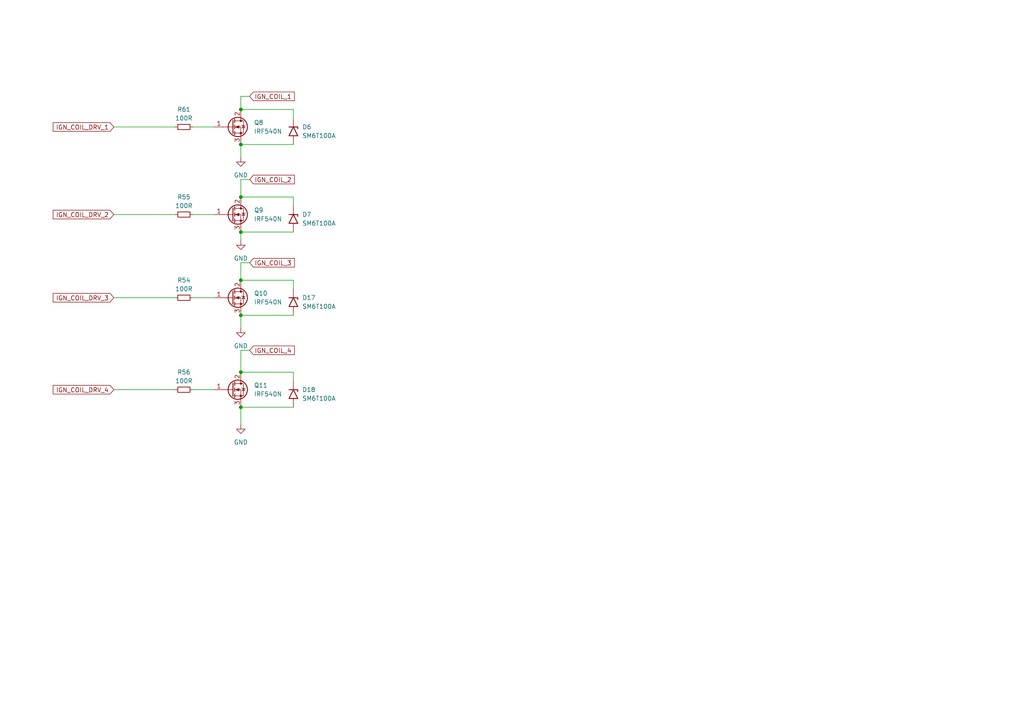
<source format=kicad_sch>
(kicad_sch
	(version 20250114)
	(generator "eeschema")
	(generator_version "9.0")
	(uuid "2fc818fc-644e-48fe-9036-e7cbc6731a74")
	(paper "A4")
	(lib_symbols
		(symbol "Device:R_Small"
			(pin_numbers
				(hide yes)
			)
			(pin_names
				(offset 0.254)
				(hide yes)
			)
			(exclude_from_sim no)
			(in_bom yes)
			(on_board yes)
			(property "Reference" "R"
				(at 0.762 0.508 0)
				(effects
					(font
						(size 1.27 1.27)
					)
					(justify left)
				)
			)
			(property "Value" "R_Small"
				(at 0.762 -1.016 0)
				(effects
					(font
						(size 1.27 1.27)
					)
					(justify left)
				)
			)
			(property "Footprint" ""
				(at 0 0 0)
				(effects
					(font
						(size 1.27 1.27)
					)
					(hide yes)
				)
			)
			(property "Datasheet" "~"
				(at 0 0 0)
				(effects
					(font
						(size 1.27 1.27)
					)
					(hide yes)
				)
			)
			(property "Description" "Resistor, small symbol"
				(at 0 0 0)
				(effects
					(font
						(size 1.27 1.27)
					)
					(hide yes)
				)
			)
			(property "ki_keywords" "R resistor"
				(at 0 0 0)
				(effects
					(font
						(size 1.27 1.27)
					)
					(hide yes)
				)
			)
			(property "ki_fp_filters" "R_*"
				(at 0 0 0)
				(effects
					(font
						(size 1.27 1.27)
					)
					(hide yes)
				)
			)
			(symbol "R_Small_0_1"
				(rectangle
					(start -0.762 1.778)
					(end 0.762 -1.778)
					(stroke
						(width 0.2032)
						(type default)
					)
					(fill
						(type none)
					)
				)
			)
			(symbol "R_Small_1_1"
				(pin passive line
					(at 0 2.54 270)
					(length 0.762)
					(name "~"
						(effects
							(font
								(size 1.27 1.27)
							)
						)
					)
					(number "1"
						(effects
							(font
								(size 1.27 1.27)
							)
						)
					)
				)
				(pin passive line
					(at 0 -2.54 90)
					(length 0.762)
					(name "~"
						(effects
							(font
								(size 1.27 1.27)
							)
						)
					)
					(number "2"
						(effects
							(font
								(size 1.27 1.27)
							)
						)
					)
				)
			)
			(embedded_fonts no)
		)
		(symbol "Diode:SM6T100A"
			(pin_numbers
				(hide yes)
			)
			(pin_names
				(offset 1.016)
				(hide yes)
			)
			(exclude_from_sim no)
			(in_bom yes)
			(on_board yes)
			(property "Reference" "D"
				(at 0 2.54 0)
				(effects
					(font
						(size 1.27 1.27)
					)
				)
			)
			(property "Value" "SM6T100A"
				(at 0 -2.54 0)
				(effects
					(font
						(size 1.27 1.27)
					)
				)
			)
			(property "Footprint" "Diode_SMD:D_SMB"
				(at 0 -5.08 0)
				(effects
					(font
						(size 1.27 1.27)
					)
					(hide yes)
				)
			)
			(property "Datasheet" "https://www.st.com/resource/en/datasheet/sm6t.pdf"
				(at -1.27 0 0)
				(effects
					(font
						(size 1.27 1.27)
					)
					(hide yes)
				)
			)
			(property "Description" "600W unidirectional Transil Transient Voltage Suppressor, 100Vrwm, DO-214AA"
				(at 0 0 0)
				(effects
					(font
						(size 1.27 1.27)
					)
					(hide yes)
				)
			)
			(property "ki_keywords" "diode TVS voltage suppressor"
				(at 0 0 0)
				(effects
					(font
						(size 1.27 1.27)
					)
					(hide yes)
				)
			)
			(property "ki_fp_filters" "D*SMB*"
				(at 0 0 0)
				(effects
					(font
						(size 1.27 1.27)
					)
					(hide yes)
				)
			)
			(symbol "SM6T100A_0_1"
				(polyline
					(pts
						(xy -0.762 1.27) (xy -1.27 1.27) (xy -1.27 -1.27)
					)
					(stroke
						(width 0.254)
						(type default)
					)
					(fill
						(type none)
					)
				)
				(polyline
					(pts
						(xy 1.27 1.27) (xy 1.27 -1.27) (xy -1.27 0) (xy 1.27 1.27)
					)
					(stroke
						(width 0.254)
						(type default)
					)
					(fill
						(type none)
					)
				)
			)
			(symbol "SM6T100A_1_1"
				(pin passive line
					(at -3.81 0 0)
					(length 2.54)
					(name "A1"
						(effects
							(font
								(size 1.27 1.27)
							)
						)
					)
					(number "1"
						(effects
							(font
								(size 1.27 1.27)
							)
						)
					)
				)
				(pin passive line
					(at 3.81 0 180)
					(length 2.54)
					(name "A2"
						(effects
							(font
								(size 1.27 1.27)
							)
						)
					)
					(number "2"
						(effects
							(font
								(size 1.27 1.27)
							)
						)
					)
				)
			)
			(embedded_fonts no)
		)
		(symbol "Transistor_FET:IRF540N"
			(pin_names
				(hide yes)
			)
			(exclude_from_sim no)
			(in_bom yes)
			(on_board yes)
			(property "Reference" "Q"
				(at 5.08 1.905 0)
				(effects
					(font
						(size 1.27 1.27)
					)
					(justify left)
				)
			)
			(property "Value" "IRF540N"
				(at 5.08 0 0)
				(effects
					(font
						(size 1.27 1.27)
					)
					(justify left)
				)
			)
			(property "Footprint" "Package_TO_SOT_THT:TO-220-3_Vertical"
				(at 5.08 -1.905 0)
				(effects
					(font
						(size 1.27 1.27)
						(italic yes)
					)
					(justify left)
					(hide yes)
				)
			)
			(property "Datasheet" "http://www.irf.com/product-info/datasheets/data/irf540n.pdf"
				(at 5.08 -3.81 0)
				(effects
					(font
						(size 1.27 1.27)
					)
					(justify left)
					(hide yes)
				)
			)
			(property "Description" "33A Id, 100V Vds, HEXFET N-Channel MOSFET, TO-220"
				(at 0 0 0)
				(effects
					(font
						(size 1.27 1.27)
					)
					(hide yes)
				)
			)
			(property "ki_keywords" "HEXFET N-Channel MOSFET"
				(at 0 0 0)
				(effects
					(font
						(size 1.27 1.27)
					)
					(hide yes)
				)
			)
			(property "ki_fp_filters" "TO?220*"
				(at 0 0 0)
				(effects
					(font
						(size 1.27 1.27)
					)
					(hide yes)
				)
			)
			(symbol "IRF540N_0_1"
				(polyline
					(pts
						(xy 0.254 1.905) (xy 0.254 -1.905)
					)
					(stroke
						(width 0.254)
						(type default)
					)
					(fill
						(type none)
					)
				)
				(polyline
					(pts
						(xy 0.254 0) (xy -2.54 0)
					)
					(stroke
						(width 0)
						(type default)
					)
					(fill
						(type none)
					)
				)
				(polyline
					(pts
						(xy 0.762 2.286) (xy 0.762 1.27)
					)
					(stroke
						(width 0.254)
						(type default)
					)
					(fill
						(type none)
					)
				)
				(polyline
					(pts
						(xy 0.762 0.508) (xy 0.762 -0.508)
					)
					(stroke
						(width 0.254)
						(type default)
					)
					(fill
						(type none)
					)
				)
				(polyline
					(pts
						(xy 0.762 -1.27) (xy 0.762 -2.286)
					)
					(stroke
						(width 0.254)
						(type default)
					)
					(fill
						(type none)
					)
				)
				(polyline
					(pts
						(xy 0.762 -1.778) (xy 3.302 -1.778) (xy 3.302 1.778) (xy 0.762 1.778)
					)
					(stroke
						(width 0)
						(type default)
					)
					(fill
						(type none)
					)
				)
				(polyline
					(pts
						(xy 1.016 0) (xy 2.032 0.381) (xy 2.032 -0.381) (xy 1.016 0)
					)
					(stroke
						(width 0)
						(type default)
					)
					(fill
						(type outline)
					)
				)
				(circle
					(center 1.651 0)
					(radius 2.794)
					(stroke
						(width 0.254)
						(type default)
					)
					(fill
						(type none)
					)
				)
				(polyline
					(pts
						(xy 2.54 2.54) (xy 2.54 1.778)
					)
					(stroke
						(width 0)
						(type default)
					)
					(fill
						(type none)
					)
				)
				(circle
					(center 2.54 1.778)
					(radius 0.254)
					(stroke
						(width 0)
						(type default)
					)
					(fill
						(type outline)
					)
				)
				(circle
					(center 2.54 -1.778)
					(radius 0.254)
					(stroke
						(width 0)
						(type default)
					)
					(fill
						(type outline)
					)
				)
				(polyline
					(pts
						(xy 2.54 -2.54) (xy 2.54 0) (xy 0.762 0)
					)
					(stroke
						(width 0)
						(type default)
					)
					(fill
						(type none)
					)
				)
				(polyline
					(pts
						(xy 2.794 0.508) (xy 2.921 0.381) (xy 3.683 0.381) (xy 3.81 0.254)
					)
					(stroke
						(width 0)
						(type default)
					)
					(fill
						(type none)
					)
				)
				(polyline
					(pts
						(xy 3.302 0.381) (xy 2.921 -0.254) (xy 3.683 -0.254) (xy 3.302 0.381)
					)
					(stroke
						(width 0)
						(type default)
					)
					(fill
						(type none)
					)
				)
			)
			(symbol "IRF540N_1_1"
				(pin input line
					(at -5.08 0 0)
					(length 2.54)
					(name "G"
						(effects
							(font
								(size 1.27 1.27)
							)
						)
					)
					(number "1"
						(effects
							(font
								(size 1.27 1.27)
							)
						)
					)
				)
				(pin passive line
					(at 2.54 5.08 270)
					(length 2.54)
					(name "D"
						(effects
							(font
								(size 1.27 1.27)
							)
						)
					)
					(number "2"
						(effects
							(font
								(size 1.27 1.27)
							)
						)
					)
				)
				(pin passive line
					(at 2.54 -5.08 90)
					(length 2.54)
					(name "S"
						(effects
							(font
								(size 1.27 1.27)
							)
						)
					)
					(number "3"
						(effects
							(font
								(size 1.27 1.27)
							)
						)
					)
				)
			)
			(embedded_fonts no)
		)
		(symbol "power:GND"
			(power)
			(pin_numbers
				(hide yes)
			)
			(pin_names
				(offset 0)
				(hide yes)
			)
			(exclude_from_sim no)
			(in_bom yes)
			(on_board yes)
			(property "Reference" "#PWR"
				(at 0 -6.35 0)
				(effects
					(font
						(size 1.27 1.27)
					)
					(hide yes)
				)
			)
			(property "Value" "GND"
				(at 0 -3.81 0)
				(effects
					(font
						(size 1.27 1.27)
					)
				)
			)
			(property "Footprint" ""
				(at 0 0 0)
				(effects
					(font
						(size 1.27 1.27)
					)
					(hide yes)
				)
			)
			(property "Datasheet" ""
				(at 0 0 0)
				(effects
					(font
						(size 1.27 1.27)
					)
					(hide yes)
				)
			)
			(property "Description" "Power symbol creates a global label with name \"GND\" , ground"
				(at 0 0 0)
				(effects
					(font
						(size 1.27 1.27)
					)
					(hide yes)
				)
			)
			(property "ki_keywords" "global power"
				(at 0 0 0)
				(effects
					(font
						(size 1.27 1.27)
					)
					(hide yes)
				)
			)
			(symbol "GND_0_1"
				(polyline
					(pts
						(xy 0 0) (xy 0 -1.27) (xy 1.27 -1.27) (xy 0 -2.54) (xy -1.27 -1.27) (xy 0 -1.27)
					)
					(stroke
						(width 0)
						(type default)
					)
					(fill
						(type none)
					)
				)
			)
			(symbol "GND_1_1"
				(pin power_in line
					(at 0 0 270)
					(length 0)
					(name "~"
						(effects
							(font
								(size 1.27 1.27)
							)
						)
					)
					(number "1"
						(effects
							(font
								(size 1.27 1.27)
							)
						)
					)
				)
			)
			(embedded_fonts no)
		)
	)
	(junction
		(at 69.85 91.44)
		(diameter 0)
		(color 0 0 0 0)
		(uuid "0c22ed2a-bfc4-467a-853e-629a2946eb22")
	)
	(junction
		(at 69.85 57.15)
		(diameter 0)
		(color 0 0 0 0)
		(uuid "0eab9afa-a350-4425-9bb4-dfe8eaf7c5d1")
	)
	(junction
		(at 69.85 107.95)
		(diameter 0)
		(color 0 0 0 0)
		(uuid "3cb9a6e4-f4fd-460c-9af9-717d43c0c67d")
	)
	(junction
		(at 69.85 31.75)
		(diameter 0)
		(color 0 0 0 0)
		(uuid "75515f7d-43ed-4594-a94b-73dcc8afa3a8")
	)
	(junction
		(at 69.85 41.91)
		(diameter 0)
		(color 0 0 0 0)
		(uuid "787d99a4-3135-49d4-9392-2ffc6ffde16d")
	)
	(junction
		(at 69.85 67.31)
		(diameter 0)
		(color 0 0 0 0)
		(uuid "87662028-c966-42ba-8d9e-45374e561f23")
	)
	(junction
		(at 69.85 81.28)
		(diameter 0)
		(color 0 0 0 0)
		(uuid "be15e683-5fcd-488c-b5c0-62652cfd603d")
	)
	(junction
		(at 69.85 118.11)
		(diameter 0)
		(color 0 0 0 0)
		(uuid "f9fce5e8-eb0b-4c85-bc1f-544122d5f7c8")
	)
	(wire
		(pts
			(xy 85.09 59.69) (xy 85.09 57.15)
		)
		(stroke
			(width 0)
			(type default)
		)
		(uuid "0c3f5b6f-3e19-438d-8985-668555f69b65")
	)
	(wire
		(pts
			(xy 72.39 76.2) (xy 69.85 76.2)
		)
		(stroke
			(width 0)
			(type default)
		)
		(uuid "11879656-b12c-451b-852f-d13941bd8472")
	)
	(wire
		(pts
			(xy 85.09 31.75) (xy 69.85 31.75)
		)
		(stroke
			(width 0)
			(type default)
		)
		(uuid "1430476e-12de-433f-853d-32d3262332b4")
	)
	(wire
		(pts
			(xy 85.09 57.15) (xy 69.85 57.15)
		)
		(stroke
			(width 0)
			(type default)
		)
		(uuid "19e862d7-0832-4b36-9174-65c99c077309")
	)
	(wire
		(pts
			(xy 55.88 36.83) (xy 62.23 36.83)
		)
		(stroke
			(width 0)
			(type default)
		)
		(uuid "311c7459-2759-4c76-8aca-ed90ced16de5")
	)
	(wire
		(pts
			(xy 69.85 27.94) (xy 69.85 31.75)
		)
		(stroke
			(width 0)
			(type default)
		)
		(uuid "3c5be168-5930-4e01-8287-e79c2f7a1eba")
	)
	(wire
		(pts
			(xy 69.85 67.31) (xy 85.09 67.31)
		)
		(stroke
			(width 0)
			(type default)
		)
		(uuid "450e2d7e-e237-4eb4-86d3-b1aed08c52b9")
	)
	(wire
		(pts
			(xy 85.09 81.28) (xy 69.85 81.28)
		)
		(stroke
			(width 0)
			(type default)
		)
		(uuid "4ab2588c-02d2-4cde-a587-cb3e3a27048c")
	)
	(wire
		(pts
			(xy 69.85 76.2) (xy 69.85 81.28)
		)
		(stroke
			(width 0)
			(type default)
		)
		(uuid "4e8a9e13-b666-43b4-a2de-9d9fe6fe5f9f")
	)
	(wire
		(pts
			(xy 55.88 86.36) (xy 62.23 86.36)
		)
		(stroke
			(width 0)
			(type default)
		)
		(uuid "51bc6913-6b45-4df3-bacf-47382bc0b095")
	)
	(wire
		(pts
			(xy 69.85 101.6) (xy 69.85 107.95)
		)
		(stroke
			(width 0)
			(type default)
		)
		(uuid "57727f39-492f-4655-98bc-af5628d15edf")
	)
	(wire
		(pts
			(xy 69.85 41.91) (xy 69.85 45.72)
		)
		(stroke
			(width 0)
			(type default)
		)
		(uuid "5f48b5e1-a59c-4fcd-93b5-951de1c94200")
	)
	(wire
		(pts
			(xy 69.85 91.44) (xy 85.09 91.44)
		)
		(stroke
			(width 0)
			(type default)
		)
		(uuid "62400685-1d37-41c1-bff1-b892eb15cddf")
	)
	(wire
		(pts
			(xy 72.39 27.94) (xy 69.85 27.94)
		)
		(stroke
			(width 0)
			(type default)
		)
		(uuid "6a7ede9f-cc51-4cdc-a593-fad5c58199e5")
	)
	(wire
		(pts
			(xy 33.02 86.36) (xy 50.8 86.36)
		)
		(stroke
			(width 0)
			(type default)
		)
		(uuid "7938a293-78dc-4dc9-86a1-db2930801836")
	)
	(wire
		(pts
			(xy 85.09 83.82) (xy 85.09 81.28)
		)
		(stroke
			(width 0)
			(type default)
		)
		(uuid "7fd038e9-fdb4-4a71-a1c6-a05597be8c77")
	)
	(wire
		(pts
			(xy 85.09 34.29) (xy 85.09 31.75)
		)
		(stroke
			(width 0)
			(type default)
		)
		(uuid "8ab7807e-fd41-44c9-9103-4f14b941f6f4")
	)
	(wire
		(pts
			(xy 69.85 118.11) (xy 69.85 123.19)
		)
		(stroke
			(width 0)
			(type default)
		)
		(uuid "8c7650bc-ce12-45af-8d7c-9d11d48d8deb")
	)
	(wire
		(pts
			(xy 69.85 67.31) (xy 69.85 69.85)
		)
		(stroke
			(width 0)
			(type default)
		)
		(uuid "8f77f42d-a3bb-4538-97e9-db8748dc0a48")
	)
	(wire
		(pts
			(xy 69.85 41.91) (xy 85.09 41.91)
		)
		(stroke
			(width 0)
			(type default)
		)
		(uuid "a86bf0ce-5a92-416c-a089-147c2f4656ad")
	)
	(wire
		(pts
			(xy 55.88 62.23) (xy 62.23 62.23)
		)
		(stroke
			(width 0)
			(type default)
		)
		(uuid "a88ed11e-cb7e-4b02-af6f-712406b5e6d2")
	)
	(wire
		(pts
			(xy 85.09 110.49) (xy 85.09 107.95)
		)
		(stroke
			(width 0)
			(type default)
		)
		(uuid "b3f3c0f2-33ba-4882-8b63-e9af086f063b")
	)
	(wire
		(pts
			(xy 55.88 113.03) (xy 62.23 113.03)
		)
		(stroke
			(width 0)
			(type default)
		)
		(uuid "c20d6943-ef4a-412f-bb47-5273953a963a")
	)
	(wire
		(pts
			(xy 72.39 52.07) (xy 69.85 52.07)
		)
		(stroke
			(width 0)
			(type default)
		)
		(uuid "c2f86234-fa6f-4a25-a722-25038ea2d009")
	)
	(wire
		(pts
			(xy 85.09 107.95) (xy 69.85 107.95)
		)
		(stroke
			(width 0)
			(type default)
		)
		(uuid "c4336ea2-3227-4649-a509-ff7033b7abef")
	)
	(wire
		(pts
			(xy 33.02 113.03) (xy 50.8 113.03)
		)
		(stroke
			(width 0)
			(type default)
		)
		(uuid "cf08c45e-fb99-4b37-a85f-c238d9b90f92")
	)
	(wire
		(pts
			(xy 69.85 118.11) (xy 85.09 118.11)
		)
		(stroke
			(width 0)
			(type default)
		)
		(uuid "d9cc0a8b-cd8d-438d-8f27-fb7a9dd4c99e")
	)
	(wire
		(pts
			(xy 33.02 36.83) (xy 50.8 36.83)
		)
		(stroke
			(width 0)
			(type default)
		)
		(uuid "dddf7a3c-5936-4162-b5bf-ce72ebb67b07")
	)
	(wire
		(pts
			(xy 72.39 101.6) (xy 69.85 101.6)
		)
		(stroke
			(width 0)
			(type default)
		)
		(uuid "de03d3ed-f159-48a5-bedf-e25a6aed996f")
	)
	(wire
		(pts
			(xy 69.85 91.44) (xy 69.85 95.25)
		)
		(stroke
			(width 0)
			(type default)
		)
		(uuid "e653c1d9-08a5-4efa-860c-58edd2c58b7e")
	)
	(wire
		(pts
			(xy 69.85 52.07) (xy 69.85 57.15)
		)
		(stroke
			(width 0)
			(type default)
		)
		(uuid "ee201194-f20a-43ba-b58e-0060035475de")
	)
	(wire
		(pts
			(xy 33.02 62.23) (xy 50.8 62.23)
		)
		(stroke
			(width 0)
			(type default)
		)
		(uuid "fbe9bbbb-597e-441c-b9b0-c2e65df7118e")
	)
	(global_label "IGN_COIL_DRV_1"
		(shape input)
		(at 33.02 36.83 180)
		(fields_autoplaced yes)
		(effects
			(font
				(size 1.27 1.27)
			)
			(justify right)
		)
		(uuid "0af6007d-7393-4b1e-8e4e-55f6bd221191")
		(property "Intersheetrefs" "${INTERSHEET_REFS}"
			(at 14.8552 36.83 0)
			(effects
				(font
					(size 1.27 1.27)
				)
				(justify right)
				(hide yes)
			)
		)
	)
	(global_label "IGN_COIL_1"
		(shape input)
		(at 72.39 27.94 0)
		(fields_autoplaced yes)
		(effects
			(font
				(size 1.27 1.27)
			)
			(justify left)
		)
		(uuid "170dbe4b-b28b-413b-84e2-7dba4f290887")
		(property "Intersheetrefs" "${INTERSHEET_REFS}"
			(at 85.9586 27.94 0)
			(effects
				(font
					(size 1.27 1.27)
				)
				(justify left)
				(hide yes)
			)
		)
	)
	(global_label "IGN_COIL_3"
		(shape input)
		(at 72.39 76.2 0)
		(fields_autoplaced yes)
		(effects
			(font
				(size 1.27 1.27)
			)
			(justify left)
		)
		(uuid "2dafa108-f177-4b1a-ac9d-009f6040875d")
		(property "Intersheetrefs" "${INTERSHEET_REFS}"
			(at 85.9586 76.2 0)
			(effects
				(font
					(size 1.27 1.27)
				)
				(justify left)
				(hide yes)
			)
		)
	)
	(global_label "IGN_COIL_DRV_4"
		(shape input)
		(at 33.02 113.03 180)
		(fields_autoplaced yes)
		(effects
			(font
				(size 1.27 1.27)
			)
			(justify right)
		)
		(uuid "3f95acc7-fd91-4bcc-bf1b-cef2bcfbcaad")
		(property "Intersheetrefs" "${INTERSHEET_REFS}"
			(at 14.8552 113.03 0)
			(effects
				(font
					(size 1.27 1.27)
				)
				(justify right)
				(hide yes)
			)
		)
	)
	(global_label "IGN_COIL_4"
		(shape input)
		(at 72.39 101.6 0)
		(fields_autoplaced yes)
		(effects
			(font
				(size 1.27 1.27)
			)
			(justify left)
		)
		(uuid "6592c09d-1d67-4112-b80c-455c07d8ee74")
		(property "Intersheetrefs" "${INTERSHEET_REFS}"
			(at 85.9586 101.6 0)
			(effects
				(font
					(size 1.27 1.27)
				)
				(justify left)
				(hide yes)
			)
		)
	)
	(global_label "IGN_COIL_DRV_2"
		(shape input)
		(at 33.02 62.23 180)
		(fields_autoplaced yes)
		(effects
			(font
				(size 1.27 1.27)
			)
			(justify right)
		)
		(uuid "6e2614b4-f7a4-444b-937e-de4003bcfa18")
		(property "Intersheetrefs" "${INTERSHEET_REFS}"
			(at 14.8552 62.23 0)
			(effects
				(font
					(size 1.27 1.27)
				)
				(justify right)
				(hide yes)
			)
		)
	)
	(global_label "IGN_COIL_DRV_3"
		(shape input)
		(at 33.02 86.36 180)
		(fields_autoplaced yes)
		(effects
			(font
				(size 1.27 1.27)
			)
			(justify right)
		)
		(uuid "764de53b-25fc-41e4-9ea3-c4d4482b009d")
		(property "Intersheetrefs" "${INTERSHEET_REFS}"
			(at 14.8552 86.36 0)
			(effects
				(font
					(size 1.27 1.27)
				)
				(justify right)
				(hide yes)
			)
		)
	)
	(global_label "IGN_COIL_2"
		(shape input)
		(at 72.39 52.07 0)
		(fields_autoplaced yes)
		(effects
			(font
				(size 1.27 1.27)
			)
			(justify left)
		)
		(uuid "904a3e3a-5fa4-4571-ae27-0137642e6447")
		(property "Intersheetrefs" "${INTERSHEET_REFS}"
			(at 85.9586 52.07 0)
			(effects
				(font
					(size 1.27 1.27)
				)
				(justify left)
				(hide yes)
			)
		)
	)
	(symbol
		(lib_id "Device:R_Small")
		(at 53.34 113.03 90)
		(unit 1)
		(exclude_from_sim no)
		(in_bom yes)
		(on_board yes)
		(dnp no)
		(fields_autoplaced yes)
		(uuid "04aad7f2-f080-402b-b850-42448fd8d333")
		(property "Reference" "R56"
			(at 53.34 107.95 90)
			(effects
				(font
					(size 1.27 1.27)
				)
			)
		)
		(property "Value" "100R"
			(at 53.34 110.49 90)
			(effects
				(font
					(size 1.27 1.27)
				)
			)
		)
		(property "Footprint" ""
			(at 53.34 113.03 0)
			(effects
				(font
					(size 1.27 1.27)
				)
				(hide yes)
			)
		)
		(property "Datasheet" "~"
			(at 53.34 113.03 0)
			(effects
				(font
					(size 1.27 1.27)
				)
				(hide yes)
			)
		)
		(property "Description" "Resistor, small symbol"
			(at 53.34 113.03 0)
			(effects
				(font
					(size 1.27 1.27)
				)
				(hide yes)
			)
		)
		(pin "1"
			(uuid "c40b7d27-79b1-4a6e-8ee2-7a00fc46fa07")
		)
		(pin "2"
			(uuid "445820a0-2b7c-4530-9b23-0320a7aa496a")
		)
		(instances
			(project "IgnitionController"
				(path "/96744ec0-1e7f-4d75-9985-0095978419e2/82cf7390-e0b9-4083-92b0-693c5b950b5a"
					(reference "R56")
					(unit 1)
				)
			)
		)
	)
	(symbol
		(lib_id "power:GND")
		(at 69.85 123.19 0)
		(unit 1)
		(exclude_from_sim no)
		(in_bom yes)
		(on_board yes)
		(dnp no)
		(fields_autoplaced yes)
		(uuid "0689f797-5303-4ed8-ad6a-4267018e0128")
		(property "Reference" "#PWR0107"
			(at 69.85 129.54 0)
			(effects
				(font
					(size 1.27 1.27)
				)
				(hide yes)
			)
		)
		(property "Value" "GND"
			(at 69.85 128.27 0)
			(effects
				(font
					(size 1.27 1.27)
				)
			)
		)
		(property "Footprint" ""
			(at 69.85 123.19 0)
			(effects
				(font
					(size 1.27 1.27)
				)
				(hide yes)
			)
		)
		(property "Datasheet" ""
			(at 69.85 123.19 0)
			(effects
				(font
					(size 1.27 1.27)
				)
				(hide yes)
			)
		)
		(property "Description" "Power symbol creates a global label with name \"GND\" , ground"
			(at 69.85 123.19 0)
			(effects
				(font
					(size 1.27 1.27)
				)
				(hide yes)
			)
		)
		(pin "1"
			(uuid "15fd890d-c6ca-43ce-95d8-ca6e3fb21f04")
		)
		(instances
			(project "IgnitionController"
				(path "/96744ec0-1e7f-4d75-9985-0095978419e2/82cf7390-e0b9-4083-92b0-693c5b950b5a"
					(reference "#PWR0107")
					(unit 1)
				)
			)
		)
	)
	(symbol
		(lib_id "power:GND")
		(at 69.85 69.85 0)
		(unit 1)
		(exclude_from_sim no)
		(in_bom yes)
		(on_board yes)
		(dnp no)
		(fields_autoplaced yes)
		(uuid "0766917d-be3c-448d-9253-424941b1283b")
		(property "Reference" "#PWR0108"
			(at 69.85 76.2 0)
			(effects
				(font
					(size 1.27 1.27)
				)
				(hide yes)
			)
		)
		(property "Value" "GND"
			(at 69.85 74.93 0)
			(effects
				(font
					(size 1.27 1.27)
				)
			)
		)
		(property "Footprint" ""
			(at 69.85 69.85 0)
			(effects
				(font
					(size 1.27 1.27)
				)
				(hide yes)
			)
		)
		(property "Datasheet" ""
			(at 69.85 69.85 0)
			(effects
				(font
					(size 1.27 1.27)
				)
				(hide yes)
			)
		)
		(property "Description" "Power symbol creates a global label with name \"GND\" , ground"
			(at 69.85 69.85 0)
			(effects
				(font
					(size 1.27 1.27)
				)
				(hide yes)
			)
		)
		(pin "1"
			(uuid "d31b050d-d303-41fa-b704-c18d8f265668")
		)
		(instances
			(project "IgnitionController"
				(path "/96744ec0-1e7f-4d75-9985-0095978419e2/82cf7390-e0b9-4083-92b0-693c5b950b5a"
					(reference "#PWR0108")
					(unit 1)
				)
			)
		)
	)
	(symbol
		(lib_id "Diode:SM6T100A")
		(at 85.09 38.1 270)
		(unit 1)
		(exclude_from_sim no)
		(in_bom yes)
		(on_board yes)
		(dnp no)
		(fields_autoplaced yes)
		(uuid "0b5f0a77-1b26-4ec3-b6ce-4c8da7fdd04c")
		(property "Reference" "D6"
			(at 87.63 36.8299 90)
			(effects
				(font
					(size 1.27 1.27)
				)
				(justify left)
			)
		)
		(property "Value" "SM6T100A"
			(at 87.63 39.3699 90)
			(effects
				(font
					(size 1.27 1.27)
				)
				(justify left)
			)
		)
		(property "Footprint" "Diode_SMD:D_SMB"
			(at 80.01 38.1 0)
			(effects
				(font
					(size 1.27 1.27)
				)
				(hide yes)
			)
		)
		(property "Datasheet" "https://www.st.com/resource/en/datasheet/sm6t.pdf"
			(at 85.09 36.83 0)
			(effects
				(font
					(size 1.27 1.27)
				)
				(hide yes)
			)
		)
		(property "Description" "600W unidirectional Transil Transient Voltage Suppressor, 100Vrwm, DO-214AA"
			(at 85.09 38.1 0)
			(effects
				(font
					(size 1.27 1.27)
				)
				(hide yes)
			)
		)
		(pin "1"
			(uuid "3fce1098-da15-46be-acc5-e201310756ca")
		)
		(pin "2"
			(uuid "eeab60ad-f9d3-43a5-808c-7660bdca90be")
		)
		(instances
			(project ""
				(path "/96744ec0-1e7f-4d75-9985-0095978419e2/82cf7390-e0b9-4083-92b0-693c5b950b5a"
					(reference "D6")
					(unit 1)
				)
			)
		)
	)
	(symbol
		(lib_id "Transistor_FET:IRF540N")
		(at 67.31 36.83 0)
		(unit 1)
		(exclude_from_sim no)
		(in_bom yes)
		(on_board yes)
		(dnp no)
		(fields_autoplaced yes)
		(uuid "1a7b2b79-73f7-47c7-a69c-2cf4894d26a7")
		(property "Reference" "Q8"
			(at 73.66 35.5599 0)
			(effects
				(font
					(size 1.27 1.27)
				)
				(justify left)
			)
		)
		(property "Value" "IRF540N"
			(at 73.66 38.0999 0)
			(effects
				(font
					(size 1.27 1.27)
				)
				(justify left)
			)
		)
		(property "Footprint" "Package_TO_SOT_THT:TO-220-3_Vertical"
			(at 72.39 38.735 0)
			(effects
				(font
					(size 1.27 1.27)
					(italic yes)
				)
				(justify left)
				(hide yes)
			)
		)
		(property "Datasheet" "http://www.irf.com/product-info/datasheets/data/irf540n.pdf"
			(at 72.39 40.64 0)
			(effects
				(font
					(size 1.27 1.27)
				)
				(justify left)
				(hide yes)
			)
		)
		(property "Description" "33A Id, 100V Vds, HEXFET N-Channel MOSFET, TO-220"
			(at 67.31 36.83 0)
			(effects
				(font
					(size 1.27 1.27)
				)
				(hide yes)
			)
		)
		(pin "2"
			(uuid "6cfe7f47-d593-4b69-840d-eeab1ec00362")
		)
		(pin "1"
			(uuid "22494688-2a7f-4379-bd28-9064f16a79ab")
		)
		(pin "3"
			(uuid "8681bbe3-19b0-472f-8ff8-45b499b5d721")
		)
		(instances
			(project ""
				(path "/96744ec0-1e7f-4d75-9985-0095978419e2/82cf7390-e0b9-4083-92b0-693c5b950b5a"
					(reference "Q8")
					(unit 1)
				)
			)
		)
	)
	(symbol
		(lib_id "Device:R_Small")
		(at 53.34 86.36 90)
		(unit 1)
		(exclude_from_sim no)
		(in_bom yes)
		(on_board yes)
		(dnp no)
		(fields_autoplaced yes)
		(uuid "3dca6c9f-9668-435b-b676-0a94ad92addc")
		(property "Reference" "R54"
			(at 53.34 81.28 90)
			(effects
				(font
					(size 1.27 1.27)
				)
			)
		)
		(property "Value" "100R"
			(at 53.34 83.82 90)
			(effects
				(font
					(size 1.27 1.27)
				)
			)
		)
		(property "Footprint" ""
			(at 53.34 86.36 0)
			(effects
				(font
					(size 1.27 1.27)
				)
				(hide yes)
			)
		)
		(property "Datasheet" "~"
			(at 53.34 86.36 0)
			(effects
				(font
					(size 1.27 1.27)
				)
				(hide yes)
			)
		)
		(property "Description" "Resistor, small symbol"
			(at 53.34 86.36 0)
			(effects
				(font
					(size 1.27 1.27)
				)
				(hide yes)
			)
		)
		(pin "1"
			(uuid "03727277-369e-4cc8-af8d-acaca5069511")
		)
		(pin "2"
			(uuid "918d2830-5a03-49c2-a87b-3aa367ba3cd2")
		)
		(instances
			(project ""
				(path "/96744ec0-1e7f-4d75-9985-0095978419e2/82cf7390-e0b9-4083-92b0-693c5b950b5a"
					(reference "R54")
					(unit 1)
				)
			)
		)
	)
	(symbol
		(lib_id "Device:R_Small")
		(at 53.34 62.23 90)
		(unit 1)
		(exclude_from_sim no)
		(in_bom yes)
		(on_board yes)
		(dnp no)
		(fields_autoplaced yes)
		(uuid "4034d3ff-3601-4c60-a2d0-81c690234056")
		(property "Reference" "R55"
			(at 53.34 57.15 90)
			(effects
				(font
					(size 1.27 1.27)
				)
			)
		)
		(property "Value" "100R"
			(at 53.34 59.69 90)
			(effects
				(font
					(size 1.27 1.27)
				)
			)
		)
		(property "Footprint" ""
			(at 53.34 62.23 0)
			(effects
				(font
					(size 1.27 1.27)
				)
				(hide yes)
			)
		)
		(property "Datasheet" "~"
			(at 53.34 62.23 0)
			(effects
				(font
					(size 1.27 1.27)
				)
				(hide yes)
			)
		)
		(property "Description" "Resistor, small symbol"
			(at 53.34 62.23 0)
			(effects
				(font
					(size 1.27 1.27)
				)
				(hide yes)
			)
		)
		(pin "1"
			(uuid "4c450e2c-b451-4cad-b830-4f76f76bc8b9")
		)
		(pin "2"
			(uuid "8aad66a6-3881-46ee-8d77-b4cfdc2db5ec")
		)
		(instances
			(project "IgnitionController"
				(path "/96744ec0-1e7f-4d75-9985-0095978419e2/82cf7390-e0b9-4083-92b0-693c5b950b5a"
					(reference "R55")
					(unit 1)
				)
			)
		)
	)
	(symbol
		(lib_id "power:GND")
		(at 69.85 95.25 0)
		(unit 1)
		(exclude_from_sim no)
		(in_bom yes)
		(on_board yes)
		(dnp no)
		(fields_autoplaced yes)
		(uuid "465cbecf-c784-42d4-b9e8-5488d6e635fd")
		(property "Reference" "#PWR0100"
			(at 69.85 101.6 0)
			(effects
				(font
					(size 1.27 1.27)
				)
				(hide yes)
			)
		)
		(property "Value" "GND"
			(at 69.85 100.33 0)
			(effects
				(font
					(size 1.27 1.27)
				)
			)
		)
		(property "Footprint" ""
			(at 69.85 95.25 0)
			(effects
				(font
					(size 1.27 1.27)
				)
				(hide yes)
			)
		)
		(property "Datasheet" ""
			(at 69.85 95.25 0)
			(effects
				(font
					(size 1.27 1.27)
				)
				(hide yes)
			)
		)
		(property "Description" "Power symbol creates a global label with name \"GND\" , ground"
			(at 69.85 95.25 0)
			(effects
				(font
					(size 1.27 1.27)
				)
				(hide yes)
			)
		)
		(pin "1"
			(uuid "e631fd89-0f93-4a05-b17f-3fc9025bd0fd")
		)
		(instances
			(project "IgnitionController"
				(path "/96744ec0-1e7f-4d75-9985-0095978419e2/82cf7390-e0b9-4083-92b0-693c5b950b5a"
					(reference "#PWR0100")
					(unit 1)
				)
			)
		)
	)
	(symbol
		(lib_id "Device:R_Small")
		(at 53.34 36.83 90)
		(unit 1)
		(exclude_from_sim no)
		(in_bom yes)
		(on_board yes)
		(dnp no)
		(fields_autoplaced yes)
		(uuid "5aa0b76f-871e-4d0e-a3b3-ba808643be7f")
		(property "Reference" "R61"
			(at 53.34 31.75 90)
			(effects
				(font
					(size 1.27 1.27)
				)
			)
		)
		(property "Value" "100R"
			(at 53.34 34.29 90)
			(effects
				(font
					(size 1.27 1.27)
				)
			)
		)
		(property "Footprint" ""
			(at 53.34 36.83 0)
			(effects
				(font
					(size 1.27 1.27)
				)
				(hide yes)
			)
		)
		(property "Datasheet" "~"
			(at 53.34 36.83 0)
			(effects
				(font
					(size 1.27 1.27)
				)
				(hide yes)
			)
		)
		(property "Description" "Resistor, small symbol"
			(at 53.34 36.83 0)
			(effects
				(font
					(size 1.27 1.27)
				)
				(hide yes)
			)
		)
		(pin "1"
			(uuid "c8d70034-c8b6-4f29-82aa-8b45b01dffb1")
		)
		(pin "2"
			(uuid "0ff86e0e-f75a-4986-b8fe-b7852a725e67")
		)
		(instances
			(project "IgnitionController"
				(path "/96744ec0-1e7f-4d75-9985-0095978419e2/82cf7390-e0b9-4083-92b0-693c5b950b5a"
					(reference "R61")
					(unit 1)
				)
			)
		)
	)
	(symbol
		(lib_id "Diode:SM6T100A")
		(at 85.09 63.5 270)
		(unit 1)
		(exclude_from_sim no)
		(in_bom yes)
		(on_board yes)
		(dnp no)
		(fields_autoplaced yes)
		(uuid "675e84d7-cb5a-4ee5-b99c-f2b129ba8291")
		(property "Reference" "D7"
			(at 87.63 62.2299 90)
			(effects
				(font
					(size 1.27 1.27)
				)
				(justify left)
			)
		)
		(property "Value" "SM6T100A"
			(at 87.63 64.7699 90)
			(effects
				(font
					(size 1.27 1.27)
				)
				(justify left)
			)
		)
		(property "Footprint" "Diode_SMD:D_SMB"
			(at 80.01 63.5 0)
			(effects
				(font
					(size 1.27 1.27)
				)
				(hide yes)
			)
		)
		(property "Datasheet" "https://www.st.com/resource/en/datasheet/sm6t.pdf"
			(at 85.09 62.23 0)
			(effects
				(font
					(size 1.27 1.27)
				)
				(hide yes)
			)
		)
		(property "Description" "600W unidirectional Transil Transient Voltage Suppressor, 100Vrwm, DO-214AA"
			(at 85.09 63.5 0)
			(effects
				(font
					(size 1.27 1.27)
				)
				(hide yes)
			)
		)
		(pin "1"
			(uuid "45e46eac-1af0-4fe5-9893-843bc9742018")
		)
		(pin "2"
			(uuid "479e775d-3265-4cf8-b142-239c177b6a0e")
		)
		(instances
			(project "IgnitionController"
				(path "/96744ec0-1e7f-4d75-9985-0095978419e2/82cf7390-e0b9-4083-92b0-693c5b950b5a"
					(reference "D7")
					(unit 1)
				)
			)
		)
	)
	(symbol
		(lib_id "power:GND")
		(at 69.85 45.72 0)
		(unit 1)
		(exclude_from_sim no)
		(in_bom yes)
		(on_board yes)
		(dnp no)
		(fields_autoplaced yes)
		(uuid "6961b542-a897-4a0d-a716-1a16ca5c9087")
		(property "Reference" "#PWR0109"
			(at 69.85 52.07 0)
			(effects
				(font
					(size 1.27 1.27)
				)
				(hide yes)
			)
		)
		(property "Value" "GND"
			(at 69.85 50.8 0)
			(effects
				(font
					(size 1.27 1.27)
				)
			)
		)
		(property "Footprint" ""
			(at 69.85 45.72 0)
			(effects
				(font
					(size 1.27 1.27)
				)
				(hide yes)
			)
		)
		(property "Datasheet" ""
			(at 69.85 45.72 0)
			(effects
				(font
					(size 1.27 1.27)
				)
				(hide yes)
			)
		)
		(property "Description" "Power symbol creates a global label with name \"GND\" , ground"
			(at 69.85 45.72 0)
			(effects
				(font
					(size 1.27 1.27)
				)
				(hide yes)
			)
		)
		(pin "1"
			(uuid "b0600a05-0a58-4c62-8f05-ce651dda8227")
		)
		(instances
			(project "IgnitionController"
				(path "/96744ec0-1e7f-4d75-9985-0095978419e2/82cf7390-e0b9-4083-92b0-693c5b950b5a"
					(reference "#PWR0109")
					(unit 1)
				)
			)
		)
	)
	(symbol
		(lib_id "Transistor_FET:IRF540N")
		(at 67.31 86.36 0)
		(unit 1)
		(exclude_from_sim no)
		(in_bom yes)
		(on_board yes)
		(dnp no)
		(fields_autoplaced yes)
		(uuid "84d465da-21e8-48c8-ae61-720c0793cccd")
		(property "Reference" "Q10"
			(at 73.66 85.0899 0)
			(effects
				(font
					(size 1.27 1.27)
				)
				(justify left)
			)
		)
		(property "Value" "IRF540N"
			(at 73.66 87.6299 0)
			(effects
				(font
					(size 1.27 1.27)
				)
				(justify left)
			)
		)
		(property "Footprint" "Package_TO_SOT_THT:TO-220-3_Vertical"
			(at 72.39 88.265 0)
			(effects
				(font
					(size 1.27 1.27)
					(italic yes)
				)
				(justify left)
				(hide yes)
			)
		)
		(property "Datasheet" "http://www.irf.com/product-info/datasheets/data/irf540n.pdf"
			(at 72.39 90.17 0)
			(effects
				(font
					(size 1.27 1.27)
				)
				(justify left)
				(hide yes)
			)
		)
		(property "Description" "33A Id, 100V Vds, HEXFET N-Channel MOSFET, TO-220"
			(at 67.31 86.36 0)
			(effects
				(font
					(size 1.27 1.27)
				)
				(hide yes)
			)
		)
		(pin "2"
			(uuid "6bdcd512-c2e9-45ba-8645-fa43e6fd04f7")
		)
		(pin "1"
			(uuid "83fbdf9d-7924-4f06-b898-70a8a099e2bf")
		)
		(pin "3"
			(uuid "8f6b6ea2-4470-4b6b-b31b-d98c30ec6471")
		)
		(instances
			(project "IgnitionController"
				(path "/96744ec0-1e7f-4d75-9985-0095978419e2/82cf7390-e0b9-4083-92b0-693c5b950b5a"
					(reference "Q10")
					(unit 1)
				)
			)
		)
	)
	(symbol
		(lib_id "Transistor_FET:IRF540N")
		(at 67.31 113.03 0)
		(unit 1)
		(exclude_from_sim no)
		(in_bom yes)
		(on_board yes)
		(dnp no)
		(fields_autoplaced yes)
		(uuid "84d67ade-80c4-4ca4-bfd2-3b38d3e1ea36")
		(property "Reference" "Q11"
			(at 73.66 111.7599 0)
			(effects
				(font
					(size 1.27 1.27)
				)
				(justify left)
			)
		)
		(property "Value" "IRF540N"
			(at 73.66 114.2999 0)
			(effects
				(font
					(size 1.27 1.27)
				)
				(justify left)
			)
		)
		(property "Footprint" "Package_TO_SOT_THT:TO-220-3_Vertical"
			(at 72.39 114.935 0)
			(effects
				(font
					(size 1.27 1.27)
					(italic yes)
				)
				(justify left)
				(hide yes)
			)
		)
		(property "Datasheet" "http://www.irf.com/product-info/datasheets/data/irf540n.pdf"
			(at 72.39 116.84 0)
			(effects
				(font
					(size 1.27 1.27)
				)
				(justify left)
				(hide yes)
			)
		)
		(property "Description" "33A Id, 100V Vds, HEXFET N-Channel MOSFET, TO-220"
			(at 67.31 113.03 0)
			(effects
				(font
					(size 1.27 1.27)
				)
				(hide yes)
			)
		)
		(pin "2"
			(uuid "be6ae373-efab-4c94-be93-17f2f906f244")
		)
		(pin "1"
			(uuid "e8a91e92-85eb-499d-82a2-aea00740c825")
		)
		(pin "3"
			(uuid "ec4b129f-f680-4c12-b905-8b4e86725247")
		)
		(instances
			(project "IgnitionController"
				(path "/96744ec0-1e7f-4d75-9985-0095978419e2/82cf7390-e0b9-4083-92b0-693c5b950b5a"
					(reference "Q11")
					(unit 1)
				)
			)
		)
	)
	(symbol
		(lib_id "Diode:SM6T100A")
		(at 85.09 87.63 270)
		(unit 1)
		(exclude_from_sim no)
		(in_bom yes)
		(on_board yes)
		(dnp no)
		(fields_autoplaced yes)
		(uuid "8c69bbef-255e-452a-9113-1e95cf626b71")
		(property "Reference" "D17"
			(at 87.63 86.3599 90)
			(effects
				(font
					(size 1.27 1.27)
				)
				(justify left)
			)
		)
		(property "Value" "SM6T100A"
			(at 87.63 88.8999 90)
			(effects
				(font
					(size 1.27 1.27)
				)
				(justify left)
			)
		)
		(property "Footprint" "Diode_SMD:D_SMB"
			(at 80.01 87.63 0)
			(effects
				(font
					(size 1.27 1.27)
				)
				(hide yes)
			)
		)
		(property "Datasheet" "https://www.st.com/resource/en/datasheet/sm6t.pdf"
			(at 85.09 86.36 0)
			(effects
				(font
					(size 1.27 1.27)
				)
				(hide yes)
			)
		)
		(property "Description" "600W unidirectional Transil Transient Voltage Suppressor, 100Vrwm, DO-214AA"
			(at 85.09 87.63 0)
			(effects
				(font
					(size 1.27 1.27)
				)
				(hide yes)
			)
		)
		(pin "1"
			(uuid "d248aec1-9644-403c-bc4c-90b5a4cff473")
		)
		(pin "2"
			(uuid "593d380e-6f7e-4596-ad64-ce9dc2170c6a")
		)
		(instances
			(project "IgnitionController"
				(path "/96744ec0-1e7f-4d75-9985-0095978419e2/82cf7390-e0b9-4083-92b0-693c5b950b5a"
					(reference "D17")
					(unit 1)
				)
			)
		)
	)
	(symbol
		(lib_id "Diode:SM6T100A")
		(at 85.09 114.3 270)
		(unit 1)
		(exclude_from_sim no)
		(in_bom yes)
		(on_board yes)
		(dnp no)
		(fields_autoplaced yes)
		(uuid "b249f94a-b4f4-49b6-b574-5c6a21f9a8cb")
		(property "Reference" "D18"
			(at 87.63 113.0299 90)
			(effects
				(font
					(size 1.27 1.27)
				)
				(justify left)
			)
		)
		(property "Value" "SM6T100A"
			(at 87.63 115.5699 90)
			(effects
				(font
					(size 1.27 1.27)
				)
				(justify left)
			)
		)
		(property "Footprint" "Diode_SMD:D_SMB"
			(at 80.01 114.3 0)
			(effects
				(font
					(size 1.27 1.27)
				)
				(hide yes)
			)
		)
		(property "Datasheet" "https://www.st.com/resource/en/datasheet/sm6t.pdf"
			(at 85.09 113.03 0)
			(effects
				(font
					(size 1.27 1.27)
				)
				(hide yes)
			)
		)
		(property "Description" "600W unidirectional Transil Transient Voltage Suppressor, 100Vrwm, DO-214AA"
			(at 85.09 114.3 0)
			(effects
				(font
					(size 1.27 1.27)
				)
				(hide yes)
			)
		)
		(pin "1"
			(uuid "51e72719-aaa8-4a84-9409-dfb063d77b6d")
		)
		(pin "2"
			(uuid "a04669c9-c84f-44d3-93da-a8857f8d5da7")
		)
		(instances
			(project "IgnitionController"
				(path "/96744ec0-1e7f-4d75-9985-0095978419e2/82cf7390-e0b9-4083-92b0-693c5b950b5a"
					(reference "D18")
					(unit 1)
				)
			)
		)
	)
	(symbol
		(lib_id "Transistor_FET:IRF540N")
		(at 67.31 62.23 0)
		(unit 1)
		(exclude_from_sim no)
		(in_bom yes)
		(on_board yes)
		(dnp no)
		(fields_autoplaced yes)
		(uuid "b656daec-c2ad-46f7-87c0-b291acd97379")
		(property "Reference" "Q9"
			(at 73.66 60.9599 0)
			(effects
				(font
					(size 1.27 1.27)
				)
				(justify left)
			)
		)
		(property "Value" "IRF540N"
			(at 73.66 63.4999 0)
			(effects
				(font
					(size 1.27 1.27)
				)
				(justify left)
			)
		)
		(property "Footprint" "Package_TO_SOT_THT:TO-220-3_Vertical"
			(at 72.39 64.135 0)
			(effects
				(font
					(size 1.27 1.27)
					(italic yes)
				)
				(justify left)
				(hide yes)
			)
		)
		(property "Datasheet" "http://www.irf.com/product-info/datasheets/data/irf540n.pdf"
			(at 72.39 66.04 0)
			(effects
				(font
					(size 1.27 1.27)
				)
				(justify left)
				(hide yes)
			)
		)
		(property "Description" "33A Id, 100V Vds, HEXFET N-Channel MOSFET, TO-220"
			(at 67.31 62.23 0)
			(effects
				(font
					(size 1.27 1.27)
				)
				(hide yes)
			)
		)
		(pin "2"
			(uuid "5cec05e4-d764-4b7e-9c91-699e287f96c3")
		)
		(pin "1"
			(uuid "2d169f7c-5c9b-4201-8dd2-d60d38f1e4ce")
		)
		(pin "3"
			(uuid "59b8bcdf-f18d-496b-a41d-e267496ac930")
		)
		(instances
			(project "IgnitionController"
				(path "/96744ec0-1e7f-4d75-9985-0095978419e2/82cf7390-e0b9-4083-92b0-693c5b950b5a"
					(reference "Q9")
					(unit 1)
				)
			)
		)
	)
)

</source>
